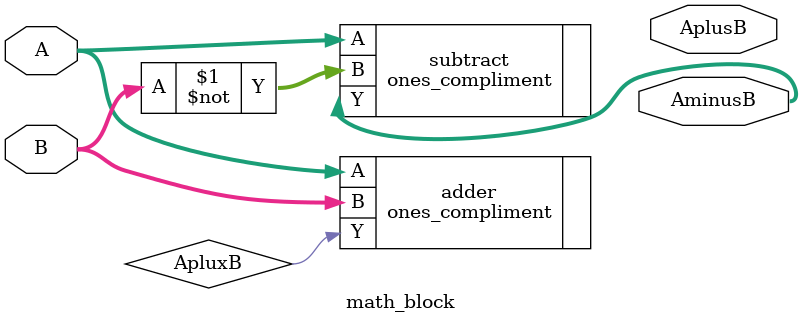
<source format=v>
module math_block(
    input [3:0] A,
    input [3:0] B,
    output [3:0] AplusB,
    output [3:0] AminusB
);

    ones_compliment adder(
        .A(A),
        .B(B),
        .Y(ApluxB)
    );
    
    ones_compliment subtract(
        .A(A),
        .B(~B),
        .Y(AminusB)
    );

endmodule
</source>
